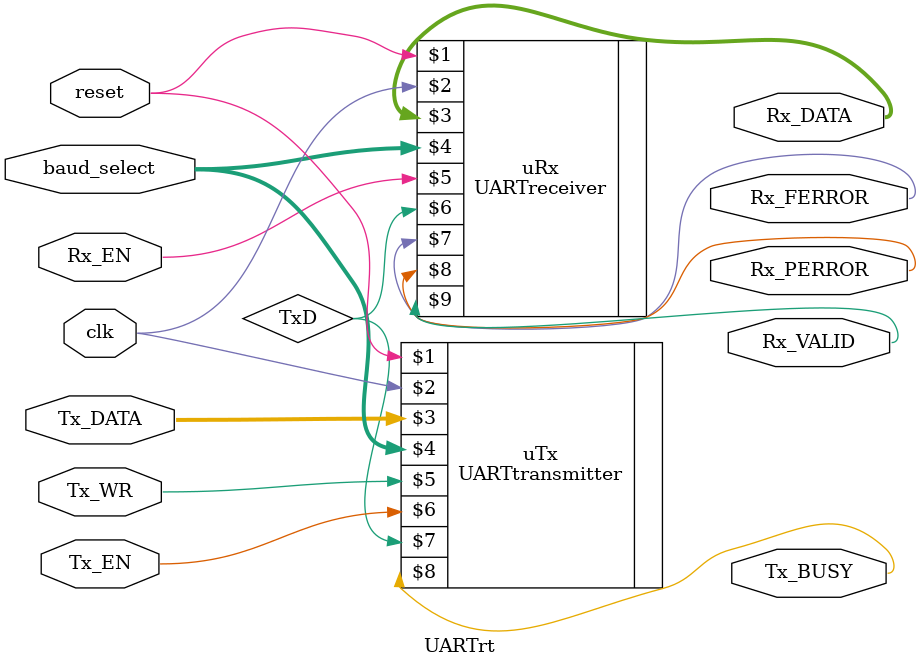
<source format=v>
module UARTrt(reset, clk, Tx_DATA, baud_select, Tx_EN, Tx_WR, Tx_BUSY, Rx_DATA, Rx_EN, Rx_FERROR, 
Rx_PERROR, Rx_VALID);

	input reset, clk;
	input [2:0] baud_select;
	input Rx_EN;
	input [7:0] Tx_DATA;
	input Tx_EN, Tx_WR;

	output Tx_BUSY;
	output Rx_FERROR, Rx_PERROR, Rx_VALID;
	output [7:0] Rx_DATA;

	wire TxD;

	UARTtransmitter uTx(reset, clk, Tx_DATA, baud_select, Tx_WR, Tx_EN, TxD, Tx_BUSY);
	UARTreceiver uRx(reset, clk, Rx_DATA, baud_select, Rx_EN, TxD, Rx_FERROR, Rx_PERROR, Rx_VALID);


endmodule
</source>
